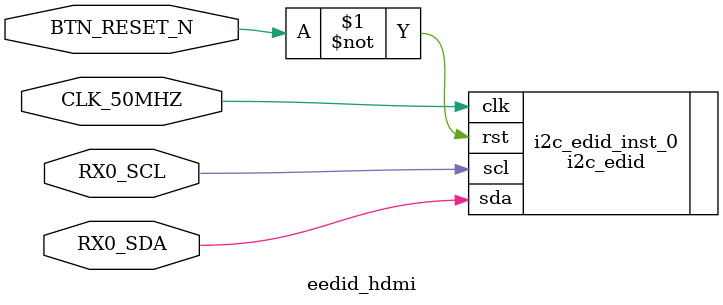
<source format=v>
`default_nettype none
`include "setup.v"

module eedid_hdmi (
	// CLOCK
	input  wire       CLK_50MHZ,        // 100MHz system clock signal
	// SWITCH
	input  wire       BTN_RESET_N,
	// EDID I2C
	input  wire       RX0_SCL,
	inout  wire       RX0_SDA
);

i2c_edid i2c_edid_inst_0 (
	.clk(CLK_50MHZ),
	.rst(~BTN_RESET_N),
	.scl(RX0_SCL),
	.sda(RX0_SDA)
);

endmodule // top
`default_nettype wire

</source>
